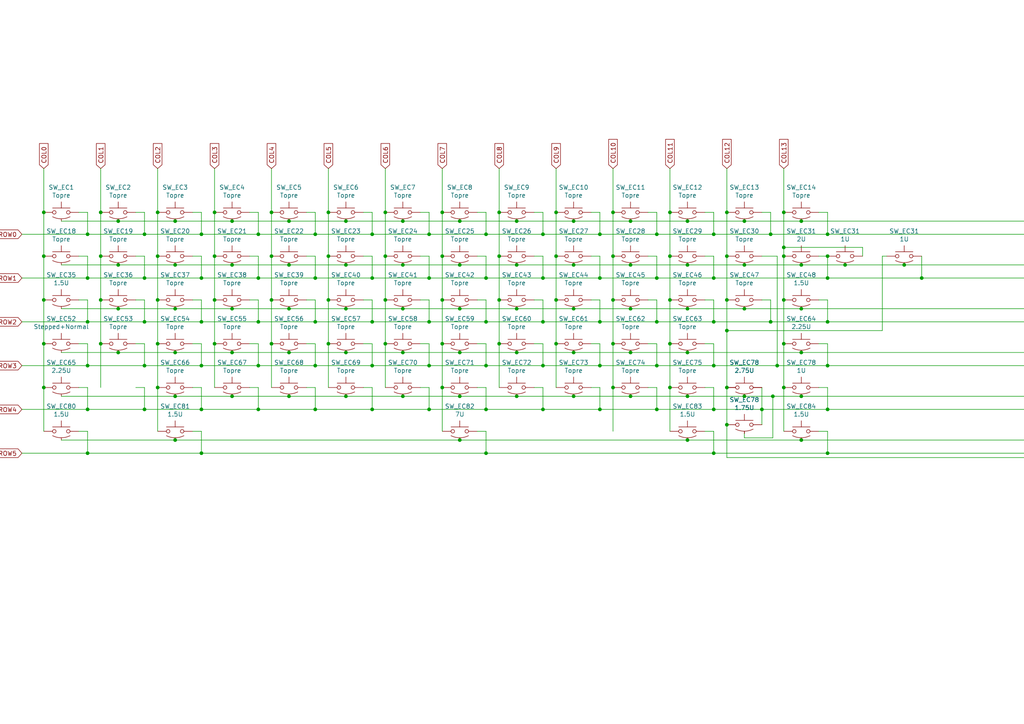
<source format=kicad_sch>
(kicad_sch (version 20230121) (generator eeschema)
  (paper "A4")
  (junction (at 133.35 114.935))
  (junction (at 207.01 67.945))
  (junction (at 62.23 61.595))
  (junction (at 173.99 67.945))
  (junction (at 140.97 106.045))
  (junction (at 140.97 118.745))
  (junction (at 116.84 76.835))
  (junction (at 149.86 76.835))
  (junction (at 128.27 74.295))
  (junction (at 111.76 86.995))
  (junction (at 128.27 61.595))
  (junction (at 62.23 86.995))
  (junction (at 199.39 127.635))
  (junction (at 182.88 102.235))
  (junction (at 67.31 102.235))
  (junction (at 78.74 74.295))
  (junction (at 306.07 89.535))
  (junction (at 91.44 67.945))
  (junction (at 182.88 76.835))
  (junction (at 62.23 99.695))
  (junction (at 194.31 74.295))
  (junction (at 199.39 89.535))
  (junction (at 45.72 61.595))
  (junction (at 240.03 118.745))
  (junction (at 199.39 114.935))
  (junction (at 133.35 64.135))
  (junction (at 232.41 76.835))
  (junction (at 245.11 76.835))
  (junction (at 322.58 114.935))
  (junction (at 74.93 93.345))
  (junction (at 330.2 118.745))
  (junction (at 161.29 86.995))
  (junction (at 107.95 80.645))
  (junction (at 74.93 118.745))
  (junction (at 116.84 114.935))
  (junction (at 74.93 80.645))
  (junction (at 207.01 131.445))
  (junction (at 58.42 80.645))
  (junction (at 313.69 93.345))
  (junction (at 100.33 89.535))
  (junction (at 128.27 112.395))
  (junction (at 50.8 114.935))
  (junction (at 339.09 127.635))
  (junction (at 12.7 74.295))
  (junction (at 124.46 118.745))
  (junction (at 240.03 106.045))
  (junction (at 74.93 67.945))
  (junction (at 313.69 80.645))
  (junction (at 41.91 118.745))
  (junction (at 166.37 102.235))
  (junction (at 210.82 86.995))
  (junction (at 354.33 127.635))
  (junction (at 149.86 89.535))
  (junction (at 210.82 123.19))
  (junction (at 215.9 89.535))
  (junction (at 144.78 74.295))
  (junction (at 45.72 74.295))
  (junction (at 25.4 67.945))
  (junction (at 300.99 61.595))
  (junction (at 354.33 102.235))
  (junction (at 313.69 67.945))
  (junction (at 207.01 106.045))
  (junction (at 149.86 114.935))
  (junction (at 317.5 86.995))
  (junction (at 144.78 99.695))
  (junction (at 67.31 89.535))
  (junction (at 25.4 106.045))
  (junction (at 194.31 86.995))
  (junction (at 133.35 76.835))
  (junction (at 107.95 106.045))
  (junction (at 322.58 76.835))
  (junction (at 58.42 67.945))
  (junction (at 166.37 114.935))
  (junction (at 67.31 64.135))
  (junction (at 140.97 131.445))
  (junction (at 199.39 64.135))
  (junction (at 215.9 64.135))
  (junction (at 207.01 118.745))
  (junction (at 83.82 114.935))
  (junction (at 45.72 112.395))
  (junction (at 149.86 102.235))
  (junction (at 227.33 61.595))
  (junction (at 194.31 99.695))
  (junction (at 166.37 89.535))
  (junction (at 317.5 74.295))
  (junction (at 100.33 64.135))
  (junction (at 227.33 71.755))
  (junction (at 330.2 131.445))
  (junction (at 144.78 86.995))
  (junction (at 45.72 99.695))
  (junction (at 107.95 67.945))
  (junction (at 339.09 76.835))
  (junction (at 227.33 86.995))
  (junction (at 50.8 89.535))
  (junction (at 34.29 102.235))
  (junction (at 157.48 106.045))
  (junction (at 190.5 80.645))
  (junction (at 45.72 86.995))
  (junction (at 157.48 118.745))
  (junction (at 215.9 76.835))
  (junction (at 215.9 114.935))
  (junction (at 161.29 74.295))
  (junction (at 41.91 80.645))
  (junction (at 111.76 99.695))
  (junction (at 34.29 89.535))
  (junction (at 345.44 74.295))
  (junction (at 140.97 93.345))
  (junction (at 173.99 118.745))
  (junction (at 322.58 89.535))
  (junction (at 25.4 131.445))
  (junction (at 223.52 93.345))
  (junction (at 182.88 89.535))
  (junction (at 306.07 127.635))
  (junction (at 107.95 93.345))
  (junction (at 225.425 106.045))
  (junction (at 25.4 118.745))
  (junction (at 300.99 78.105))
  (junction (at 232.41 64.135))
  (junction (at 128.27 86.995))
  (junction (at 58.42 93.345))
  (junction (at 220.98 118.745))
  (junction (at 339.09 64.135))
  (junction (at 322.58 64.135))
  (junction (at 157.48 80.645))
  (junction (at 78.74 61.595))
  (junction (at 173.99 80.645))
  (junction (at 149.86 64.135))
  (junction (at 157.48 93.345))
  (junction (at 190.5 106.045))
  (junction (at 124.46 80.645))
  (junction (at 25.4 93.345))
  (junction (at 29.21 74.295))
  (junction (at 354.33 114.935))
  (junction (at 95.25 74.295))
  (junction (at 207.01 80.645))
  (junction (at 173.99 106.045))
  (junction (at 116.84 102.235))
  (junction (at 306.07 76.835))
  (junction (at 62.23 74.295))
  (junction (at 74.93 106.045))
  (junction (at 182.88 114.935))
  (junction (at 354.33 89.535))
  (junction (at 34.29 76.835))
  (junction (at 133.35 102.235))
  (junction (at 83.82 89.535))
  (junction (at 199.39 76.835))
  (junction (at 95.25 86.995))
  (junction (at 144.78 61.595))
  (junction (at 232.41 127.635))
  (junction (at 91.44 80.645))
  (junction (at 95.25 99.695))
  (junction (at 41.91 106.045))
  (junction (at 83.82 102.235))
  (junction (at 240.03 80.645))
  (junction (at 58.42 106.045))
  (junction (at 29.21 99.695))
  (junction (at 25.4 80.645))
  (junction (at 177.8 86.995))
  (junction (at 111.76 74.295))
  (junction (at 177.8 61.595))
  (junction (at 50.8 64.135))
  (junction (at 177.8 74.295))
  (junction (at 50.8 127.635))
  (junction (at 29.21 86.995))
  (junction (at 124.46 106.045))
  (junction (at 124.46 93.345))
  (junction (at 267.335 80.645))
  (junction (at 240.03 93.345))
  (junction (at 194.31 112.395))
  (junction (at 166.37 64.135))
  (junction (at 232.41 102.235))
  (junction (at 182.88 64.135))
  (junction (at 300.99 86.995))
  (junction (at 12.7 112.395))
  (junction (at 161.29 99.695))
  (junction (at 116.84 64.135))
  (junction (at 100.33 114.935))
  (junction (at 210.82 95.885))
  (junction (at 223.52 67.945))
  (junction (at 227.33 112.395))
  (junction (at 95.25 61.595))
  (junction (at 177.8 112.395))
  (junction (at 133.35 127.635))
  (junction (at 317.5 65.405))
  (junction (at 161.29 61.595))
  (junction (at 227.33 74.295))
  (junction (at 177.8 99.695))
  (junction (at 173.99 93.345))
  (junction (at 232.41 114.935))
  (junction (at 116.84 89.535))
  (junction (at 354.33 76.835))
  (junction (at 91.44 106.045))
  (junction (at 124.46 67.945))
  (junction (at 240.03 74.295))
  (junction (at 58.42 131.445))
  (junction (at 232.41 89.535))
  (junction (at 128.27 99.695))
  (junction (at 91.44 118.745))
  (junction (at 111.76 61.595))
  (junction (at 207.01 93.345))
  (junction (at 240.03 131.445))
  (junction (at 317.5 61.595))
  (junction (at 306.07 64.135))
  (junction (at 83.82 64.135))
  (junction (at 50.8 76.835))
  (junction (at 224.155 114.935))
  (junction (at 41.91 93.345))
  (junction (at 140.97 80.645))
  (junction (at 210.82 61.595))
  (junction (at 227.33 99.695))
  (junction (at 107.95 118.745))
  (junction (at 157.48 67.945))
  (junction (at 12.7 61.595))
  (junction (at 78.74 86.995))
  (junction (at 322.58 127.635))
  (junction (at 262.255 76.835))
  (junction (at 199.39 102.235))
  (junction (at 240.03 67.945))
  (junction (at 190.5 93.345))
  (junction (at 100.33 76.835))
  (junction (at 133.35 89.535))
  (junction (at 34.29 64.135))
  (junction (at 100.33 102.235))
  (junction (at 67.31 114.935))
  (junction (at 317.5 112.395))
  (junction (at 12.7 86.995))
  (junction (at 50.8 102.235))
  (junction (at 190.5 67.945))
  (junction (at 300.99 98.425))
  (junction (at 91.44 93.345))
  (junction (at 190.5 118.745))
  (junction (at 339.09 89.535))
  (junction (at 210.82 112.395))
  (junction (at 194.31 61.595))
  (junction (at 78.74 99.695))
  (junction (at 58.42 118.745))
  (junction (at 67.31 76.835))
  (junction (at 300.99 74.295))
  (junction (at 140.97 67.945))
  (junction (at 313.69 131.445))
  (junction (at 12.7 99.695))
  (junction (at 210.82 74.295))
  (junction (at 29.21 61.595))
  (junction (at 41.91 67.945))
  (junction (at 166.37 76.835))
  (junction (at 83.82 76.835))
  (wire (pts (xy 227.33 99.695) (xy 227.33 112.395)))
  (wire (pts (xy 190.5 80.645) (xy 173.99 80.645)))
  (wire (pts (xy 100.33 89.535) (xy 116.84 89.535)))
  (wire (pts (xy 100.33 114.935) (xy 116.84 114.935)))
  (wire (pts (xy 25.4 112.395) (xy 25.4 118.745)))
  (wire (pts (xy 62.23 48.895) (xy 62.23 61.595)))
  (wire (pts (xy 144.78 61.595) (xy 144.78 74.295)))
  (wire (pts (xy 334.01 74.295) (xy 334.01 78.105)))
  (wire (pts (xy 166.37 102.235) (xy 182.88 102.235)))
  (wire (pts (xy 12.7 112.395) (xy 12.7 125.095)))
  (wire (pts (xy 149.86 76.835) (xy 166.37 76.835)))
  (wire (pts (xy 91.44 61.595) (xy 91.44 67.945)))
  (wire (pts (xy 58.42 131.445) (xy 25.4 131.445)))
  (wire (pts (xy 330.2 67.945) (xy 313.69 67.945)))
  (wire (pts (xy 354.33 114.935) (xy 354.33 127.635)))
  (wire (pts (xy 133.35 89.535) (xy 149.86 89.535)))
  (wire (pts (xy 111.76 86.995) (xy 111.76 99.695)))
  (wire (pts (xy 157.48 74.295) (xy 157.48 80.645)))
  (wire (pts (xy 74.93 112.395) (xy 74.93 118.745)))
  (wire (pts (xy 140.97 74.295) (xy 140.97 80.645)))
  (wire (pts (xy 173.99 112.395) (xy 173.99 118.745)))
  (wire (pts (xy 72.39 99.695) (xy 74.93 99.695)))
  (wire (pts (xy 62.23 86.995) (xy 62.23 99.695)))
  (wire (pts (xy 345.44 61.595) (xy 345.44 74.295)))
  (wire (pts (xy 237.49 125.095) (xy 240.03 125.095)))
  (wire (pts (xy 255.905 74.295) (xy 255.905 95.885)))
  (wire (pts (xy 45.72 61.595) (xy 45.72 74.295)))
  (wire (pts (xy 138.43 86.995) (xy 140.97 86.995)))
  (wire (pts (xy 128.27 86.995) (xy 128.27 99.695)))
  (wire (pts (xy 232.41 64.135) (xy 306.07 64.135)))
  (wire (pts (xy 12.7 48.895) (xy 12.7 61.595)))
  (wire (pts (xy 72.39 86.995) (xy 74.93 86.995)))
  (wire (pts (xy 78.74 99.695) (xy 78.74 112.395)))
  (wire (pts (xy 34.29 89.535) (xy 50.8 89.535)))
  (wire (pts (xy 190.5 74.295) (xy 190.5 80.645)))
  (wire (pts (xy 140.97 67.945) (xy 124.46 67.945)))
  (wire (pts (xy 25.4 99.695) (xy 25.4 106.045)))
  (wire (pts (xy 322.58 64.135) (xy 339.09 64.135)))
  (wire (pts (xy 91.44 86.995) (xy 91.44 93.345)))
  (wire (pts (xy 344.17 61.595) (xy 345.44 61.595)))
  (wire (pts (xy 207.01 67.945) (xy 190.5 67.945)))
  (wire (pts (xy 128.27 99.695) (xy 128.27 112.395)))
  (wire (pts (xy 171.45 74.295) (xy 173.99 74.295)))
  (wire (pts (xy 194.31 74.295) (xy 194.31 86.995)))
  (wire (pts (xy 105.41 74.295) (xy 107.95 74.295)))
  (wire (pts (xy 240.03 99.695) (xy 240.03 106.045)))
  (wire (pts (xy 232.41 76.835) (xy 245.11 76.835)))
  (wire (pts (xy 207.01 131.445) (xy 140.97 131.445)))
  (wire (pts (xy 177.8 61.595) (xy 177.8 74.295)))
  (wire (pts (xy 331.47 132.715) (xy 331.47 125.095)))
  (wire (pts (xy 354.33 64.135) (xy 354.33 76.835)))
  (wire (pts (xy 161.29 86.995) (xy 161.29 99.695)))
  (wire (pts (xy 105.41 61.595) (xy 107.95 61.595)))
  (wire (pts (xy 207.01 80.645) (xy 190.5 80.645)))
  (wire (pts (xy 140.97 99.695) (xy 140.97 106.045)))
  (wire (pts (xy 194.31 99.695) (xy 194.31 112.395)))
  (wire (pts (xy 215.9 125.73) (xy 215.9 127)))
  (wire (pts (xy 72.39 74.295) (xy 74.93 74.295)))
  (wire (pts (xy 140.97 86.995) (xy 140.97 93.345)))
  (wire (pts (xy 95.25 61.595) (xy 95.25 74.295)))
  (wire (pts (xy 161.29 61.595) (xy 161.29 74.295)))
  (wire (pts (xy 100.33 102.235) (xy 116.84 102.235)))
  (wire (pts (xy 124.46 118.745) (xy 107.95 118.745)))
  (wire (pts (xy 83.82 102.235) (xy 100.33 102.235)))
  (wire (pts (xy 327.66 61.595) (xy 330.2 61.595)))
  (wire (pts (xy 105.41 112.395) (xy 107.95 112.395)))
  (wire (pts (xy 78.74 48.895) (xy 78.74 61.595)))
  (wire (pts (xy 267.335 74.295) (xy 267.335 80.645)))
  (wire (pts (xy 121.92 74.295) (xy 124.46 74.295)))
  (wire (pts (xy 124.46 112.395) (xy 124.46 118.745)))
  (wire (pts (xy 327.66 74.295) (xy 330.2 74.295)))
  (wire (pts (xy 306.07 127.635) (xy 322.58 127.635)))
  (wire (pts (xy 317.5 61.595) (xy 317.5 65.405)))
  (wire (pts (xy 300.99 74.295) (xy 300.99 78.105)))
  (wire (pts (xy 237.49 112.395) (xy 240.03 112.395)))
  (wire (pts (xy 210.82 132.715) (xy 331.47 132.715)))
  (wire (pts (xy 177.8 86.995) (xy 177.8 99.695)))
  (wire (pts (xy 133.35 76.835) (xy 149.86 76.835)))
  (wire (pts (xy 12.7 74.295) (xy 12.7 86.995)))
  (wire (pts (xy 50.8 89.535) (xy 67.31 89.535)))
  (wire (pts (xy 177.8 112.395) (xy 177.8 125.095)))
  (wire (pts (xy 74.93 80.645) (xy 58.42 80.645)))
  (wire (pts (xy 190.5 67.945) (xy 173.99 67.945)))
  (wire (pts (xy 157.48 67.945) (xy 140.97 67.945)))
  (wire (pts (xy 107.95 93.345) (xy 91.44 93.345)))
  (wire (pts (xy 161.29 74.295) (xy 161.29 86.995)))
  (wire (pts (xy 317.5 65.405) (xy 317.5 74.295)))
  (wire (pts (xy 227.33 74.295) (xy 227.33 86.995)))
  (wire (pts (xy 240.03 67.945) (xy 313.69 67.945)))
  (wire (pts (xy 50.8 102.235) (xy 67.31 102.235)))
  (wire (pts (xy 182.88 102.235) (xy 199.39 102.235)))
  (wire (pts (xy 12.7 86.995) (xy 12.7 99.695)))
  (wire (pts (xy 300.99 61.595) (xy 300.99 74.295)))
  (wire (pts (xy 58.42 61.595) (xy 58.42 67.945)))
  (wire (pts (xy 157.48 80.645) (xy 140.97 80.645)))
  (wire (pts (xy 41.91 74.295) (xy 41.91 80.645)))
  (wire (pts (xy 240.03 118.745) (xy 330.2 118.745)))
  (wire (pts (xy 121.92 99.695) (xy 124.46 99.695)))
  (wire (pts (xy 171.45 99.695) (xy 173.99 99.695)))
  (wire (pts (xy 240.03 61.595) (xy 240.03 67.945)))
  (wire (pts (xy 83.82 76.835) (xy 100.33 76.835)))
  (wire (pts (xy 227.33 112.395) (xy 227.33 125.095)))
  (wire (pts (xy 17.78 127.635) (xy 50.8 127.635)))
  (wire (pts (xy 182.88 114.935) (xy 199.39 114.935)))
  (wire (pts (xy 173.99 106.045) (xy 157.48 106.045)))
  (wire (pts (xy 50.8 64.135) (xy 67.31 64.135)))
  (wire (pts (xy 55.88 99.695) (xy 58.42 99.695)))
  (wire (pts (xy 255.905 74.295) (xy 257.175 74.295)))
  (wire (pts (xy 41.91 86.995) (xy 41.91 93.345)))
  (wire (pts (xy 199.39 127.635) (xy 232.41 127.635)))
  (wire (pts (xy 215.9 127) (xy 224.155 127)))
  (wire (pts (xy 339.09 64.135) (xy 354.33 64.135)))
  (wire (pts (xy 322.58 127.635) (xy 339.09 127.635)))
  (wire (pts (xy 67.31 114.935) (xy 83.82 114.935)))
  (wire (pts (xy 17.78 114.935) (xy 50.8 114.935)))
  (wire (pts (xy 67.31 64.135) (xy 83.82 64.135)))
  (wire (pts (xy 88.9 112.395) (xy 91.44 112.395)))
  (wire (pts (xy 215.9 89.535) (xy 232.41 89.535)))
  (wire (pts (xy 62.23 74.295) (xy 62.23 86.995)))
  (wire (pts (xy 190.5 61.595) (xy 190.5 67.945)))
  (wire (pts (xy 124.46 61.595) (xy 124.46 67.945)))
  (wire (pts (xy 204.47 61.595) (xy 207.01 61.595)))
  (wire (pts (xy 187.96 112.395) (xy 190.5 112.395)))
  (wire (pts (xy 210.82 95.885) (xy 210.82 112.395)))
  (wire (pts (xy 220.98 74.295) (xy 225.425 74.295)))
  (wire (pts (xy 25.4 86.995) (xy 25.4 93.345)))
  (wire (pts (xy 17.78 102.235) (xy 34.29 102.235)))
  (wire (pts (xy 166.37 89.535) (xy 182.88 89.535)))
  (wire (pts (xy 204.47 112.395) (xy 207.01 112.395)))
  (wire (pts (xy 25.4 131.445) (xy 6.35 131.445)))
  (wire (pts (xy 306.07 89.535) (xy 322.58 89.535)))
  (wire (pts (xy 177.8 48.895) (xy 177.8 61.595)))
  (wire (pts (xy 339.09 89.535) (xy 354.33 89.535)))
  (wire (pts (xy 157.48 112.395) (xy 157.48 118.745)))
  (wire (pts (xy 210.82 112.395) (xy 210.82 123.19)))
  (wire (pts (xy 25.4 67.945) (xy 6.35 67.945)))
  (wire (pts (xy 300.99 86.995) (xy 300.99 98.425)))
  (wire (pts (xy 173.99 67.945) (xy 157.48 67.945)))
  (wire (pts (xy 17.78 64.135) (xy 34.29 64.135)))
  (wire (pts (xy 55.88 125.095) (xy 58.42 125.095)))
  (wire (pts (xy 227.33 71.755) (xy 250.19 71.755)))
  (wire (pts (xy 116.84 114.935) (xy 133.35 114.935)))
  (wire (pts (xy 133.35 127.635) (xy 199.39 127.635)))
  (wire (pts (xy 210.82 74.295) (xy 210.82 86.995)))
  (wire (pts (xy 232.41 114.935) (xy 322.58 114.935)))
  (wire (pts (xy 105.41 99.695) (xy 107.95 99.695)))
  (wire (pts (xy 58.42 86.995) (xy 58.42 93.345)))
  (wire (pts (xy 78.74 61.595) (xy 78.74 74.295)))
  (wire (pts (xy 210.82 48.895) (xy 210.82 61.595)))
  (wire (pts (xy 223.52 61.595) (xy 223.52 67.945)))
  (wire (pts (xy 45.72 112.395) (xy 45.72 125.095)))
  (wire (pts (xy 91.44 74.295) (xy 91.44 80.645)))
  (wire (pts (xy 322.58 89.535) (xy 339.09 89.535)))
  (wire (pts (xy 149.86 64.135) (xy 166.37 64.135)))
  (wire (pts (xy 223.52 93.345) (xy 207.01 93.345)))
  (wire (pts (xy 50.8 114.935) (xy 67.31 114.935)))
  (wire (pts (xy 334.01 78.105) (xy 300.99 78.105)))
  (wire (pts (xy 25.4 80.645) (xy 6.35 80.645)))
  (wire (pts (xy 41.91 99.695) (xy 41.91 106.045)))
  (wire (pts (xy 331.47 125.095) (xy 334.01 125.095)))
  (wire (pts (xy 207.01 80.645) (xy 240.03 80.645)))
  (wire (pts (xy 204.47 125.095) (xy 207.01 125.095)))
  (wire (pts (xy 91.44 106.045) (xy 74.93 106.045)))
  (wire (pts (xy 207.01 74.295) (xy 207.01 80.645)))
  (wire (pts (xy 88.9 74.295) (xy 91.44 74.295)))
  (wire (pts (xy 313.69 86.995) (xy 313.69 93.345)))
  (wire (pts (xy 74.93 67.945) (xy 58.42 67.945)))
  (wire (pts (xy 182.88 76.835) (xy 199.39 76.835)))
  (wire (pts (xy 140.97 112.395) (xy 140.97 118.745)))
  (wire (pts (xy 300.99 78.105) (xy 300.99 86.995)))
  (wire (pts (xy 22.86 125.095) (xy 25.4 125.095)))
  (wire (pts (xy 67.31 102.235) (xy 83.82 102.235)))
  (wire (pts (xy 39.37 86.995) (xy 41.91 86.995)))
  (wire (pts (xy 232.41 127.635) (xy 306.07 127.635)))
  (wire (pts (xy 245.11 76.835) (xy 262.255 76.835)))
  (wire (pts (xy 334.01 86.995) (xy 334.01 98.425)))
  (wire (pts (xy 187.96 99.695) (xy 190.5 99.695)))
  (wire (pts (xy 95.25 99.695) (xy 95.25 112.395)))
  (wire (pts (xy 327.66 125.095) (xy 330.2 125.095)))
  (wire (pts (xy 255.905 95.885) (xy 210.82 95.885)))
  (wire (pts (xy 334.01 65.405) (xy 317.5 65.405)))
  (wire (pts (xy 199.39 76.835) (xy 215.9 76.835)))
  (wire (pts (xy 58.42 67.945) (xy 41.91 67.945)))
  (wire (pts (xy 133.35 114.935) (xy 149.86 114.935)))
  (wire (pts (xy 345.44 74.295) (xy 345.44 106.045)))
  (wire (pts (xy 50.8 127.635) (xy 133.35 127.635)))
  (wire (pts (xy 173.99 61.595) (xy 173.99 67.945)))
  (wire (pts (xy 39.37 112.395) (xy 41.91 112.395)))
  (wire (pts (xy 55.88 61.595) (xy 58.42 61.595)))
  (wire (pts (xy 83.82 64.135) (xy 100.33 64.135)))
  (wire (pts (xy 311.15 61.595) (xy 313.69 61.595)))
  (wire (pts (xy 157.48 61.595) (xy 157.48 67.945)))
  (wire (pts (xy 124.46 74.295) (xy 124.46 80.645)))
  (wire (pts (xy 22.86 99.695) (xy 25.4 99.695)))
  (wire (pts (xy 207.01 118.745) (xy 220.98 118.745)))
  (wire (pts (xy 313.69 74.295) (xy 313.69 80.645)))
  (wire (pts (xy 157.48 86.995) (xy 157.48 93.345)))
  (wire (pts (xy 313.69 93.345) (xy 330.2 93.345)))
  (wire (pts (xy 111.76 99.695) (xy 111.76 112.395)))
  (wire (pts (xy 240.03 131.445) (xy 313.69 131.445)))
  (wire (pts (xy 95.25 48.895) (xy 95.25 61.595)))
  (wire (pts (xy 74.93 118.745) (xy 58.42 118.745)))
  (wire (pts (xy 173.99 80.645) (xy 157.48 80.645)))
  (wire (pts (xy 12.7 99.695) (xy 12.7 112.395)))
  (wire (pts (xy 190.5 118.745) (xy 173.99 118.745)))
  (wire (pts (xy 190.5 106.045) (xy 207.01 106.045)))
  (wire (pts (xy 74.93 99.695) (xy 74.93 106.045)))
  (wire (pts (xy 111.76 74.295) (xy 111.76 86.995)))
  (wire (pts (xy 55.88 86.995) (xy 58.42 86.995)))
  (wire (pts (xy 327.66 112.395) (xy 330.2 112.395)))
  (wire (pts (xy 41.91 93.345) (xy 25.4 93.345)))
  (wire (pts (xy 240.03 112.395) (xy 240.03 118.745)))
  (wire (pts (xy 237.49 99.695) (xy 240.03 99.695)))
  (wire (pts (xy 161.29 48.895) (xy 161.29 61.595)))
  (wire (pts (xy 330.2 125.095) (xy 330.2 131.445)))
  (wire (pts (xy 311.15 125.095) (xy 313.69 125.095)))
  (wire (pts (xy 91.44 93.345) (xy 74.93 93.345)))
  (wire (pts (xy 78.74 86.995) (xy 78.74 99.695)))
  (wire (pts (xy 116.84 76.835) (xy 133.35 76.835)))
  (wire (pts (xy 107.95 86.995) (xy 107.95 93.345)))
  (wire (pts (xy 138.43 99.695) (xy 140.97 99.695)))
  (wire (pts (xy 227.33 71.755) (xy 227.33 74.295)))
  (wire (pts (xy 55.88 74.295) (xy 58.42 74.295)))
  (wire (pts (xy 34.29 64.135) (xy 50.8 64.135)))
  (wire (pts (xy 144.78 99.695) (xy 144.78 112.395)))
  (wire (pts (xy 267.335 80.645) (xy 313.69 80.645)))
  (wire (pts (xy 62.23 99.695) (xy 62.23 112.395)))
  (wire (pts (xy 140.97 131.445) (xy 58.42 131.445)))
  (wire (pts (xy 313.69 125.095) (xy 313.69 131.445)))
  (wire (pts (xy 25.4 93.345) (xy 6.35 93.345)))
  (wire (pts (xy 327.66 86.995) (xy 330.2 86.995)))
  (wire (pts (xy 317.5 74.295) (xy 317.5 86.995)))
  (wire (pts (xy 45.72 99.695) (xy 45.72 112.395)))
  (wire (pts (xy 124.46 86.995) (xy 124.46 93.345)))
  (wire (pts (xy 107.95 99.695) (xy 107.95 106.045)))
  (wire (pts (xy 128.27 74.295) (xy 128.27 86.995)))
  (wire (pts (xy 29.21 86.995) (xy 29.21 99.695)))
  (wire (pts (xy 227.33 48.895) (xy 227.33 61.595)))
  (wire (pts (xy 225.425 106.045) (xy 240.03 106.045)))
  (wire (pts (xy 72.39 112.395) (xy 74.93 112.395)))
  (wire (pts (xy 194.31 112.395) (xy 194.31 125.095)))
  (wire (pts (xy 22.86 112.395) (xy 25.4 112.395)))
  (wire (pts (xy 207.01 61.595) (xy 207.01 67.945)))
  (wire (pts (xy 29.21 99.695) (xy 29.21 112.395)))
  (wire (pts (xy 190.5 118.745) (xy 207.01 118.745)))
  (wire (pts (xy 78.74 74.295) (xy 78.74 86.995)))
  (wire (pts (xy 39.37 99.695) (xy 41.91 99.695)))
  (wire (pts (xy 317.5 86.995) (xy 317.5 112.395)))
  (wire (pts (xy 317.5 48.895) (xy 317.5 61.595)))
  (wire (pts (xy 207.01 99.695) (xy 207.01 106.045)))
  (wire (pts (xy 107.95 118.745) (xy 91.44 118.745)))
  (wire (pts (xy 210.82 123.19) (xy 210.82 132.715)))
  (wire (pts (xy 306.07 64.135) (xy 322.58 64.135)))
  (wire (pts (xy 72.39 61.595) (xy 74.93 61.595)))
  (wire (pts (xy 74.93 86.995) (xy 74.93 93.345)))
  (wire (pts (xy 105.41 86.995) (xy 107.95 86.995)))
  (wire (pts (xy 29.21 48.895) (xy 29.21 61.595)))
  (wire (pts (xy 25.4 125.095) (xy 25.4 131.445)))
  (wire (pts (xy 41.91 67.945) (xy 25.4 67.945)))
  (wire (pts (xy 207.01 131.445) (xy 240.03 131.445)))
  (wire (pts (xy 224.155 114.935) (xy 232.41 114.935)))
  (wire (pts (xy 225.425 74.295) (xy 225.425 106.045)))
  (wire (pts (xy 91.44 112.395) (xy 91.44 118.745)))
  (wire (pts (xy 240.03 80.645) (xy 267.335 80.645)))
  (wire (pts (xy 58.42 106.045) (xy 41.91 106.045)))
  (wire (pts (xy 187.96 86.995) (xy 190.5 86.995)))
  (wire (pts (xy 144.78 74.295) (xy 144.78 86.995)))
  (wire (pts (xy 207.01 93.345) (xy 190.5 93.345)))
  (wire (pts (xy 157.48 99.695) (xy 157.48 106.045)))
  (wire (pts (xy 107.95 61.595) (xy 107.95 67.945)))
  (wire (pts (xy 107.95 74.295) (xy 107.95 80.645)))
  (wire (pts (xy 100.33 64.135) (xy 116.84 64.135)))
  (wire (pts (xy 215.9 76.835) (xy 232.41 76.835)))
  (wire (pts (xy 34.29 102.235) (xy 50.8 102.235)))
  (wire (pts (xy 138.43 74.295) (xy 140.97 74.295)))
  (wire (pts (xy 210.82 86.995) (xy 210.82 95.885)))
  (wire (pts (xy 91.44 80.645) (xy 74.93 80.645)))
  (wire (pts (xy 190.5 86.995) (xy 190.5 93.345)))
  (wire (pts (xy 140.97 93.345) (xy 124.46 93.345)))
  (wire (pts (xy 199.39 89.535) (xy 215.9 89.535)))
  (wire (pts (xy 173.99 93.345) (xy 157.48 93.345)))
  (wire (pts (xy 74.93 106.045) (xy 58.42 106.045)))
  (wire (pts (xy 88.9 86.995) (xy 91.44 86.995)))
  (wire (pts (xy 182.88 64.135) (xy 199.39 64.135)))
  (wire (pts (xy 232.41 89.535) (xy 306.07 89.535)))
  (wire (pts (xy 140.97 61.595) (xy 140.97 67.945)))
  (wire (pts (xy 322.58 114.935) (xy 354.33 114.935)))
  (wire (pts (xy 154.94 61.595) (xy 157.48 61.595)))
  (wire (pts (xy 116.84 102.235) (xy 133.35 102.235)))
  (wire (pts (xy 207.01 112.395) (xy 207.01 118.745)))
  (wire (pts (xy 88.9 99.695) (xy 91.44 99.695)))
  (wire (pts (xy 41.91 118.745) (xy 25.4 118.745)))
  (wire (pts (xy 300.99 98.425) (xy 300.99 125.095)))
  (wire (pts (xy 25.4 61.595) (xy 25.4 67.945)))
  (wire (pts (xy 250.19 71.755) (xy 250.19 74.295)))
  (wire (pts (xy 74.93 74.295) (xy 74.93 80.645)))
  (wire (pts (xy 157.48 106.045) (xy 140.97 106.045)))
  (wire (pts (xy 190.5 99.695) (xy 190.5 106.045)))
  (wire (pts (xy 334.01 61.595) (xy 334.01 65.405)))
  (wire (pts (xy 138.43 61.595) (xy 140.97 61.595)))
  (wire (pts (xy 58.42 93.345) (xy 41.91 93.345)))
  (wire (pts (xy 107.95 67.945) (xy 91.44 67.945)))
  (wire (pts (xy 144.78 48.895) (xy 144.78 61.595)))
  (wire (pts (xy 55.88 112.395) (xy 58.42 112.395)))
  (wire (pts (xy 67.31 76.835) (xy 83.82 76.835)))
  (wire (pts (xy 344.17 74.295) (xy 345.44 74.295)))
  (wire (pts (xy 215.9 64.135) (xy 232.41 64.135)))
  (wire (pts (xy 124.46 80.645) (xy 107.95 80.645)))
  (wire (pts (xy 29.21 74.295) (xy 29.21 86.995)))
  (wire (pts (xy 39.37 74.295) (xy 41.91 74.295)))
  (wire (pts (xy 88.9 61.595) (xy 91.44 61.595)))
  (wire (pts (xy 240.03 106.045) (xy 345.44 106.045)))
  (wire (pts (xy 311.15 74.295) (xy 313.69 74.295)))
  (wire (pts (xy 121.92 112.395) (xy 124.46 112.395)))
  (wire (pts (xy 317.5 112.395) (xy 317.5 125.095)))
  (wire (pts (xy 83.82 89.535) (xy 100.33 89.535)))
  (wire (pts (xy 194.31 61.595) (xy 194.31 74.295)))
  (wire (pts (xy 95.25 74.295) (xy 95.25 86.995)))
  (wire (pts (xy 39.37 61.595) (xy 41.91 61.595)))
  (wire (pts (xy 144.78 86.995) (xy 144.78 99.695)))
  (wire (pts (xy 339.09 127.635) (xy 354.33 127.635)))
  (wire (pts (xy 220.98 118.745) (xy 220.98 123.19)))
  (wire (pts (xy 45.72 48.895) (xy 45.72 61.595)))
  (wire (pts (xy 22.86 74.295) (xy 25.4 74.295)))
  (wire (pts (xy 128.27 112.395) (xy 128.27 125.095)))
  (wire (pts (xy 74.93 93.345) (xy 58.42 93.345)))
  (wire (pts (xy 237.49 86.995) (xy 240.03 86.995)))
  (wire (pts (xy 199.39 64.135) (xy 215.9 64.135)))
  (wire (pts (xy 140.97 125.095) (xy 140.97 131.445)))
  (wire (pts (xy 354.33 76.835) (xy 354.33 89.535)))
  (wire (pts (xy 173.99 86.995) (xy 173.99 93.345)))
  (wire (pts (xy 74.93 61.595) (xy 74.93 67.945)))
  (wire (pts (xy 58.42 125.095) (xy 58.42 131.445)))
  (wire (pts (xy 322.58 76.835) (xy 339.09 76.835)))
  (wire (pts (xy 58.42 118.745) (xy 41.91 118.745)))
  (wire (pts (xy 204.47 99.695) (xy 207.01 99.695)))
  (wire (pts (xy 171.45 86.995) (xy 173.99 86.995)))
  (wire (pts (xy 227.33 61.595) (xy 227.33 71.755)))
  (wire (pts (xy 128.27 61.595) (xy 128.27 74.295)))
  (wire (pts (xy 107.95 106.045) (xy 91.44 106.045)))
  (wire (pts (xy 344.17 118.745) (xy 330.2 118.745)))
  (wire (pts (xy 149.86 102.235) (xy 166.37 102.235)))
  (wire (pts (xy 199.39 114.935) (xy 215.9 114.935)))
  (wire (pts (xy 140.97 80.645) (xy 124.46 80.645)))
  (wire (pts (xy 58.42 112.395) (xy 58.42 118.745)))
  (wire (pts (xy 182.88 89.535) (xy 199.39 89.535)))
  (wire (pts (xy 22.86 61.595) (xy 25.4 61.595)))
  (wire (pts (xy 311.15 86.995) (xy 313.69 86.995)))
  (wire (pts (xy 41.91 61.595) (xy 41.91 67.945)))
  (wire (pts (xy 354.33 89.535) (xy 354.33 102.235)))
  (wire (pts (xy 330.2 74.295) (xy 330.2 80.645)))
  (wire (pts (xy 330.2 131.445) (xy 344.17 131.445)))
  (wire (pts (xy 207.01 106.045) (xy 225.425 106.045)))
  (wire (pts (xy 124.46 99.695) (xy 124.46 106.045)))
  (wire (pts (xy 34.29 76.835) (xy 50.8 76.835)))
  (wire (pts (xy 124.46 67.945) (xy 107.95 67.945)))
  (wire (pts (xy 173.99 118.745) (xy 157.48 118.745)))
  (wire (pts (xy 124.46 106.045) (xy 107.95 106.045)))
  (wire (pts (xy 240.03 74.295) (xy 240.03 80.645)))
  (wire (pts (xy 240.03 93.345) (xy 223.52 93.345)))
  (wire (pts (xy 50.8 76.835) (xy 67.31 76.835)))
  (wire (pts (xy 154.94 112.395) (xy 157.48 112.395)))
  (wire (pts (xy 133.35 64.135) (xy 149.86 64.135)))
  (wire (pts (xy 58.42 80.645) (xy 41.91 80.645)))
  (wire (pts (xy 12.7 61.595) (xy 12.7 74.295)))
  (wire (pts (xy 25.4 118.745) (xy 6.35 118.745)))
  (wire (pts (xy 140.97 106.045) (xy 124.46 106.045)))
  (wire (pts (xy 330.2 61.595) (xy 330.2 67.945)))
  (wire (pts (xy 220.98 118.745) (xy 240.03 118.745)))
  (wire (pts (xy 223.52 67.945) (xy 207.01 67.945)))
  (wire (pts (xy 121.92 86.995) (xy 124.46 86.995)))
  (wire (pts (xy 67.31 89.535) (xy 83.82 89.535)))
  (wire (pts (xy 194.31 48.895) (xy 194.31 61.595)))
  (wire (pts (xy 124.46 93.345) (xy 107.95 93.345)))
  (wire (pts (xy 177.8 74.295) (xy 177.8 86.995)))
  (wire (pts (xy 240.03 93.345) (xy 313.69 93.345)))
  (wire (pts (xy 354.33 102.235) (xy 354.33 114.935)))
  (wire (pts (xy 313.69 80.645) (xy 330.2 80.645)))
  (wire (pts (xy 204.47 86.995) (xy 207.01 86.995)))
  (wire (pts (xy 187.96 61.595) (xy 190.5 61.595)))
  (wire (pts (xy 262.255 76.835) (xy 306.07 76.835)))
  (wire (pts (xy 41.91 112.395) (xy 41.91 118.745)))
  (wire (pts (xy 116.84 89.535) (xy 133.35 89.535)))
  (wire (pts (xy 41.91 80.645) (xy 25.4 80.645)))
  (wire (pts (xy 173.99 99.695) (xy 173.99 106.045)))
  (wire (pts (xy 190.5 112.395) (xy 190.5 118.745)))
  (wire (pts (xy 220.98 86.995) (xy 223.52 86.995)))
  (wire (pts (xy 157.48 118.745) (xy 140.97 118.745)))
  (wire (pts (xy 128.27 48.895) (xy 128.27 61.595)))
  (wire (pts (xy 237.49 74.295) (xy 240.03 74.295)))
  (wire (pts (xy 334.01 98.425) (xy 300.99 98.425)))
  (wire (pts (xy 138.43 112.395) (xy 140.97 112.395)))
  (wire (pts (xy 166.37 76.835) (xy 182.88 76.835)))
  (wire (pts (xy 220.98 112.395) (xy 220.98 118.745)))
  (wire (pts (xy 91.44 67.945) (xy 74.93 67.945)))
  (wire (pts (xy 210.82 61.595) (xy 210.82 74.295)))
  (wire (pts (xy 237.49 61.595) (xy 240.03 61.595)))
  (wire (pts (xy 25.4 74.295) (xy 25.4 80.645)))
  (wire (pts (xy 166.37 114.935) (xy 182.88 114.935)))
  (wire (pts (xy 83.82 114.935) (xy 100.33 114.935)))
  (wire (pts (xy 330.2 112.395) (xy 330.2 118.745)))
  (wire (pts (xy 140.97 118.745) (xy 124.46 118.745)))
  (wire (pts (xy 240.03 67.945) (xy 223.52 67.945)))
  (wire (pts (xy 45.72 74.295) (xy 45.72 86.995)))
  (wire (pts (xy 133.35 102.235) (xy 149.86 102.235)))
  (wire (pts (xy 149.86 89.535) (xy 166.37 89.535)))
  (wire (pts (xy 190.5 93.345) (xy 173.99 93.345)))
  (wire (pts (xy 95.25 86.995) (xy 95.25 99.695)))
  (wire (pts (xy 138.43 125.095) (xy 140.97 125.095)))
  (wire (pts (xy 190.5 106.045) (xy 173.99 106.045)))
  (wire (pts (xy 240.03 125.095) (xy 240.03 131.445)))
  (wire (pts (xy 157.48 93.345) (xy 140.97 93.345)))
  (wire (pts (xy 116.84 64.135) (xy 133.35 64.135)))
  (wire (pts (xy 41.91 106.045) (xy 25.4 106.045)))
  (wire (pts (xy 121.92 61.595) (xy 124.46 61.595)))
  (wire (pts (xy 22.86 86.995) (xy 25.4 86.995)))
  (wire (pts (xy 177.8 99.695) (xy 177.8 112.395)))
  (wire (pts (xy 107.95 112.395) (xy 107.95 118.745)))
  (wire (pts (xy 306.07 76.835) (xy 322.58 76.835)))
  (wire (pts (xy 171.45 61.595) (xy 173.99 61.595)))
  (wire (pts (xy 154.94 86.995) (xy 157.48 86.995)))
  (wire (pts (xy 25.4 106.045) (xy 6.35 106.045)))
  (wire (pts (xy 58.42 74.295) (xy 58.42 80.645)))
  (wire (pts (xy 91.44 118.745) (xy 74.93 118.745)))
  (wire (pts (xy 17.78 76.835) (xy 34.29 76.835)))
  (wire (pts (xy 17.78 89.535) (xy 34.29 89.535)))
  (wire (pts (xy 107.95 80.645) (xy 91.44 80.645)))
  (wire (pts (xy 207.01 125.095) (xy 207.01 131.445)))
  (wire (pts (xy 187.96 74.295) (xy 190.5 74.295)))
  (wire (pts (xy 111.76 48.895) (xy 111.76 61.595)))
  (wire (pts (xy 223.52 86.995) (xy 223.52 93.345)))
  (wire (pts (xy 232.41 102.235) (xy 354.33 102.235)))
  (wire (pts (xy 224.155 127) (xy 224.155 114.935)))
  (wire (pts (xy 199.39 102.235) (xy 232.41 102.235)))
  (wire (pts (xy 111.76 61.595) (xy 111.76 74.295)))
  (wire (pts (xy 149.86 114.935) (xy 166.37 114.935)))
  (wire (pts (xy 161.29 99.695) (xy 161.29 112.395)))
  (wire (pts (xy 344.17 131.445) (xy 344.17 125.095)))
  (wire (pts (xy 100.33 76.835) (xy 116.84 76.835)))
  (wire (pts (xy 227.33 86.995) (xy 227.33 99.695)))
  (wire (pts (xy 154.94 74.295) (xy 157.48 74.295)))
  (wire (pts (xy 58.42 99.695) (xy 58.42 106.045)))
  (wire (pts (xy 330.2 86.995) (xy 330.2 93.345)))
  (wire (pts (xy 62.23 61.595) (xy 62.23 74.295)))
  (wire (pts (xy 154.94 99.695) (xy 157.48 99.695)))
  (wire (pts (xy 344.17 86.995) (xy 344.17 118.745)))
  (wire (pts (xy 215.9 114.935) (xy 224.155 114.935)))
  (wire (pts (xy 207.01 86.995) (xy 207.01 93.345)))
  (wire (pts (xy 220.98 61.595) (xy 223.52 61.595)))
  (wire (pts (xy 173.99 74.295) (xy 173.99 80.645)))
  (wire (pts (xy 29.21 61.595) (xy 29.21 74.295)))
  (wire (pts (xy 194.31 86.995) (xy 194.31 99.695)))
  (wire (pts (xy 240.03 86.995) (xy 240.03 93.345)))
  (wire (pts (xy 354.33 127.635) (xy 354.33 129.54)))
  (wire (pts (xy 91.44 99.695) (xy 91.44 106.045)))
  (wire (pts (xy 171.45 112.395) (xy 173.99 112.395)))
  (wire (pts (xy 45.72 86.995) (xy 45.72 99.695)))
  (wire (pts (xy 300.99 48.895) (xy 300.99 61.595)))
  (wire (pts (xy 313.69 131.445) (xy 330.2 131.445)))
  (wire (pts (xy 166.37 64.135) (xy 182.88 64.135)))
  (wire (pts (xy 313.69 61.595) (xy 313.69 67.945)))
  (wire (pts (xy 204.47 74.295) (xy 207.01 74.295)))
  (wire (pts (xy 339.09 76.835) (xy 354.33 76.835)))
  (global_label "ROW2" (shape input) (at 6.35 93.345 180) (property "Intersheetrefs" "${INTERSHEET_REFS}" (effects hide)))
  (global_label "COL10" (shape input) (at 177.8 48.895 90) (property "Intersheetrefs" "${INTERSHEET_REFS}" (effects hide)))
  (global_label "COL1" (shape input) (at 29.21 48.895 90) (property "Intersheetrefs" "${INTERSHEET_REFS}" (effects hide)))
  (global_label "ROW3" (shape input) (at 6.35 106.045 180) (property "Intersheetrefs" "${INTERSHEET_REFS}" (effects hide)))
  (global_label "COL13" (shape input) (at 227.33 48.895 90) (property "Intersheetrefs" "${INTERSHEET_REFS}" (effects hide)))
  (global_label "COL7" (shape input) (at 128.27 48.895 90) (property "Intersheetrefs" "${INTERSHEET_REFS}" (effects hide)))
  (global_label "COL6" (shape input) (at 111.76 48.895 90) (property "Intersheetrefs" "${INTERSHEET_REFS}" (effects hide)))
  (global_label "COL15" (shape input) (at 317.5 48.895 90) (property "Intersheetrefs" "${INTERSHEET_REFS}" (effects hide)))
  (global_label "ROW1" (shape input) (at 6.35 80.645 180) (property "Intersheetrefs" "${INTERSHEET_REFS}" (effects hide)))
  (global_label "COL0" (shape input) (at 12.7 48.895 90) (property "Intersheetrefs" "${INTERSHEET_REFS}" (effects hide)))
  (global_label "COL5" (shape input) (at 95.25 48.895 90) (property "Intersheetrefs" "${INTERSHEET_REFS}" (effects hide)))
  (global_label "COL14" (shape input) (at 300.99 48.895 90) (property "Intersheetrefs" "${INTERSHEET_REFS}" (effects hide)))
  (global_label "ROW0" (shape input) (at 6.35 67.945 180) (property "Intersheetrefs" "${INTERSHEET_REFS}" (effects hide)))
  (global_label "ROW5" (shape input) (at 6.35 131.445 180) (property "Intersheetrefs" "${INTERSHEET_REFS}" (effects hide)))
  (global_label "COL3" (shape input) (at 62.23 48.895 90) (property "Intersheetrefs" "${INTERSHEET_REFS}" (effects hide)))
  (global_label "COL9" (shape input) (at 161.29 48.895 90) (property "Intersheetrefs" "${INTERSHEET_REFS}" (effects hide)))
  (global_label "COL12" (shape input) (at 210.82 48.895 90) (property "Intersheetrefs" "${INTERSHEET_REFS}" (effects hide)))
  (global_label "COL2" (shape input) (at 45.72 48.895 90) (property "Intersheetrefs" "${INTERSHEET_REFS}" (effects hide)))
  (global_label "COL8" (shape input) (at 144.78 48.895 90) (property "Intersheetrefs" "${INTERSHEET_REFS}" (effects hide)))
  (global_label "COL4" (shape input) (at 78.74 48.895 90) (property "Intersheetrefs" "${INTERSHEET_REFS}" (effects hide)))
  (global_label "COL11" (shape input) (at 194.31 48.895 90) (property "Intersheetrefs" "${INTERSHEET_REFS}" (effects hide)))
  (global_label "ROW4" (shape input) (at 6.35 118.745 180) (property "Intersheetrefs" "${INTERSHEET_REFS}" (effects hide)))
  (symbol (lib_id "ec-revival:Topre") (at 232.41 112.395 0) (unit 1)
    (property "Reference" "SW_EC78" (at 232.41 105.156 0))
    (property "Value" "1U" (at 232.41 107.4674 0))
    (property "Footprint" "cipulot_parts:ecs_pad_1U_no_ring" (effects hide))
    (instances (project "PCB - EC" (path "" (reference "SW_EC78") (unit 1))) (project "EC_Rev2" (path "" (reference "SW_EC89") (unit 1))))
  )
  (symbol (lib_id "ec-revival:Topre") (at 339.09 61.595 0) (unit 1)
    (property "Reference" "SW_EC34" (at 339.09 54.356 0))
    (property "Value" "Topre" (at 339.09 56.6674 0))
    (property "Footprint" "cipulot_parts:ecs_pad_1U_no_ring" (effects hide))
  )
  (symbol (lib_id "ec-revival:Topre") (at 133.35 99.695 0) (unit 1)
    (property "Reference" "SW_EC59" (at 133.35 92.456 0))
    (property "Value" "Topre" (at 133.35 94.7674 0))
    (property "Footprint" "cipulot_parts:ecs_pad_1U_no_ring" (effects hide))
  )
  (symbol (lib_id "ec-revival:Topre") (at 339.09 86.995 0) (unit 1)
    (property "Reference" "SW_EC50" (at 339.09 79.756 0))
    (property "Value" "Topre" (at 339.09 82.0674 0))
    (property "Footprint" "cipulot_parts:ecs_pad_1U_no_ring" (effects hide))
  )
  (symbol (lib_id "ec-revival:Topre") (at 116.84 61.595 0) (unit 1)
    (property "Reference" "SW_EC7" (at 116.84 54.356 0))
    (property "Value" "Topre" (at 116.84 56.6674 0))
    (property "Footprint" "cipulot_parts:ecs_pad_1U_no_ring" (effects hide))
  )
  (symbol (lib_id "ec-revival:Topre") (at 339.09 125.095 0) (unit 1)
    (property "Reference" "SW_EC85" (at 339.09 117.856 0))
    (property "Value" "Topre" (at 339.09 120.1674 0))
    (property "Footprint" "cipulot_parts:ecs_pad_1U_no_ring" (effects hide))
    (instances (project "PCB - EC" (path "" (reference "SW_EC85") (unit 1))) (project "EC_Rev2" (path "" (reference "SW_EC83") (unit 1))))
  )
  (symbol (lib_id "ec-revival:Topre") (at 116.84 112.395 0) (unit 1)
    (property "Reference" "SW_EC70" (at 116.84 105.156 0))
    (property "Value" "Topre" (at 116.84 107.4674 0))
    (property "Footprint" "cipulot_parts:ecs_pad_1U_no_ring" (effects hide))
  )
  (symbol (lib_id "ec-revival:Topre") (at 67.31 74.295 0) (unit 1)
    (property "Reference" "SW_EC21" (at 67.31 67.056 0))
    (property "Value" "Topre" (at 67.31 69.3674 0))
    (property "Footprint" "cipulot_parts:ecs_pad_1U_no_ring" (effects hide))
  )
  (symbol (lib_id "ec-revival:Topre") (at 149.86 99.695 0) (unit 1)
    (property "Reference" "SW_EC60" (at 149.86 92.456 0))
    (property "Value" "Topre" (at 149.86 94.7674 0))
    (property "Footprint" "cipulot_parts:ecs_pad_1U_no_ring" (effects hide))
  )
  (symbol (lib_id "ec-revival:Topre") (at 199.39 125.095 0) (unit 1)
    (property "Reference" "SW_EC83" (at 199.39 117.856 0))
    (property "Value" "1.5U" (at 199.39 120.1674 0))
    (property "Footprint" "cipulot_parts:ecs_pad_1.5U_no_ring" (effects hide))
    (instances (project "PCB - EC" (path "" (reference "SW_EC83") (unit 1))) (project "EC_Rev2" (path "" (reference "SW_EC81") (unit 1))))
  )
  (symbol (lib_id "ec-revival:Topre") (at 322.58 74.295 0) (unit 1)
    (property "Reference" "SW_EC17" (at 322.58 67.056 0))
    (property "Value" "Topre" (at 322.58 69.3674 0))
    (property "Footprint" "cipulot_parts:ecs_pad_1U_no_ring" (effects hide))
  )
  (symbol (lib_id "ec-revival:Topre") (at 17.78 86.995 0) (unit 1)
    (property "Reference" "SW_EC35" (at 17.78 79.756 0))
    (property "Value" "1.5U" (at 17.78 82.0674 0))
    (property "Footprint" "cipulot_parts:ecs_pad_1.5U_no_ring" (effects hide))
  )
  (symbol (lib_id "ec-revival:Topre") (at 322.58 125.095 0) (unit 1)
    (property "Reference" "SW_EC87" (at 322.58 117.856 0))
    (property "Value" "Topre" (at 322.58 120.1674 0))
    (property "Footprint" "cipulot_parts:ecs_pad_1U_no_ring" (effects hide))
    (instances (project "PCB - EC" (path "" (reference "SW_EC87") (unit 1))) (project "EC_Rev2" (path "" (reference "SW_EC85") (unit 1))))
  )
  (symbol (lib_id "ec-revival:Topre") (at 232.41 125.095 0) (unit 1)
    (property "Reference" "SW_EC84" (at 232.41 117.856 0))
    (property "Value" "1.5U" (at 232.41 120.1674 0))
    (property "Footprint" "cipulot_parts:ecs_pad_1.5U_no_ring" (effects hide))
    (instances (project "PCB - EC" (path "" (reference "SW_EC84") (unit 1))) (project "EC_Rev2" (path "" (reference "SW_EC82") (unit 1))))
  )
  (symbol (lib_id "ec-revival:Topre") (at 100.33 61.595 0) (unit 1)
    (property "Reference" "SW_EC6" (at 100.33 54.356 0))
    (property "Value" "Topre" (at 100.33 56.6674 0))
    (property "Footprint" "cipulot_parts:ecs_pad_1U_no_ring" (effects hide))
  )
  (symbol (lib_id "ec-revival:Topre") (at 67.31 112.395 0) (unit 1)
    (property "Reference" "SW_EC67" (at 67.31 105.156 0))
    (property "Value" "Topre" (at 67.31 107.4674 0))
    (property "Footprint" "cipulot_parts:ecs_pad_1U_no_ring" (effects hide))
  )
  (symbol (lib_id "ec-revival:Topre") (at 166.37 61.595 0) (unit 1)
    (property "Reference" "SW_EC10" (at 166.37 54.356 0))
    (property "Value" "Topre" (at 166.37 56.6674 0))
    (property "Footprint" "cipulot_parts:ecs_pad_1U_no_ring" (effects hide))
  )
  (symbol (lib_id "ec-revival:Topre") (at 50.8 99.695 0) (unit 1)
    (property "Reference" "SW_EC54" (at 50.8 92.456 0))
    (property "Value" "Topre" (at 50.8 94.7674 0))
    (property "Footprint" "cipulot_parts:ecs_pad_1U_no_ring" (effects hide))
  )
  (symbol (lib_id "ec-revival:Topre") (at 339.09 74.295 0) (unit 1)
    (property "Reference" "SW_EC33" (at 339.09 67.056 0))
    (property "Value" "Topre" (at 339.09 69.3674 0))
    (property "Footprint" "cipulot_parts:ecs_pad_1U_no_ring" (effects hide))
  )
  (symbol (lib_id "ec-revival:Topre") (at 34.29 74.295 0) (unit 1)
    (property "Reference" "SW_EC19" (at 34.29 67.056 0))
    (property "Value" "Topre" (at 34.29 69.3674 0))
    (property "Footprint" "cipulot_parts:ecs_pad_1U_no_ring" (effects hide))
  )
  (symbol (lib_id "ec-revival:Topre") (at 232.41 61.595 0) (unit 1)
    (property "Reference" "SW_EC14" (at 232.41 54.356 0))
    (property "Value" "Topre" (at 232.41 56.6674 0))
    (property "Footprint" "cipulot_parts:ecs_pad_1U_no_ring" (effects hide))
  )
  (symbol (lib_id "ec-revival:Topre") (at 34.29 61.595 0) (unit 1)
    (property "Reference" "SW_EC2" (at 34.29 54.356 0))
    (property "Value" "Topre" (at 34.29 56.6674 0))
    (property "Footprint" "cipulot_parts:ecs_pad_1U_no_ring" (effects hide))
  )
  (symbol (lib_id "ec-revival:Topre") (at 17.78 61.595 0) (unit 1)
    (property "Reference" "SW_EC1" (at 17.78 54.356 0))
    (property "Value" "Topre" (at 17.78 56.6674 0))
    (property "Footprint" "cipulot_parts:ecs_pad_1U_no_ring" (effects hide))
  )
  (symbol (lib_id "ec-revival:Topre") (at 232.41 86.995 0) (unit 1)
    (property "Reference" "SW_EC48" (at 232.41 79.756 0))
    (property "Value" "1.5U" (at 232.41 82.0674 0))
    (property "Footprint" "cipulot_parts:ecs_pad_1.5U_no_ring" (effects hide))
  )
  (symbol (lib_id "ec-revival:Topre") (at 166.37 99.695 0) (unit 1)
    (property "Reference" "SW_EC61" (at 166.37 92.456 0))
    (property "Value" "Topre" (at 166.37 94.7674 0))
    (property "Footprint" "cipulot_parts:ecs_pad_1U_no_ring" (effects hide))
  )
  (symbol (lib_id "ec-revival:Topre") (at 133.35 74.295 0) (unit 1)
    (property "Reference" "SW_EC25" (at 133.35 67.056 0))
    (property "Value" "Topre" (at 133.35 69.3674 0))
    (property "Footprint" "cipulot_parts:ecs_pad_1U_no_ring" (effects hide))
  )
  (symbol (lib_id "ec-revival:Topre") (at 166.37 86.995 0) (unit 1)
    (property "Reference" "SW_EC44" (at 166.37 79.756 0))
    (property "Value" "Topre" (at 166.37 82.0674 0))
    (property "Footprint" "cipulot_parts:ecs_pad_1U_no_ring" (effects hide))
  )
  (symbol (lib_id "ec-revival:Topre") (at 306.07 61.595 0) (unit 1)
    (property "Reference" "SW_EC15" (at 306.07 54.356 0))
    (property "Value" "Topre" (at 306.07 56.6674 0))
    (property "Footprint" "cipulot_parts:ecs_pad_1U_no_ring" (effects hide))
  )
  (symbol (lib_id "ec-revival:Topre") (at 199.39 74.295 0) (unit 1)
    (property "Reference" "SW_EC29" (at 199.39 67.056 0))
    (property "Value" "Topre" (at 199.39 69.3674 0))
    (property "Footprint" "cipulot_parts:ecs_pad_1U_no_ring" (effects hide))
  )
  (symbol (lib_id "ec-revival:Topre") (at 322.58 112.395 0) (unit 1)
    (property "Reference" "SW_EC79" (at 322.58 105.156 0))
    (property "Value" "Topre" (at 322.58 107.4674 0))
    (property "Footprint" "cipulot_parts:ecs_pad_1U_no_ring" (effects hide))
    (instances (project "PCB - EC" (path "" (reference "SW_EC79") (unit 1))) (project "EC_Rev2" (path "" (reference "SW_EC77") (unit 1))))
  )
  (symbol (lib_id "ec-revival:Topre") (at 83.82 61.595 0) (unit 1)
    (property "Reference" "SW_EC5" (at 83.82 54.356 0))
    (property "Value" "Topre" (at 83.82 56.6674 0))
    (property "Footprint" "cipulot_parts:ecs_pad_1U_no_ring" (effects hide))
  )
  (symbol (lib_id "ec-revival:Topre") (at 50.8 61.595 0) (unit 1)
    (property "Reference" "SW_EC3" (at 50.8 54.356 0))
    (property "Value" "Topre" (at 50.8 56.6674 0))
    (property "Footprint" "cipulot_parts:ecs_pad_1U_no_ring" (effects hide))
  )
  (symbol (lib_id "ec-revival:Topre") (at 50.8 125.095 0) (unit 1)
    (property "Reference" "SW_EC81" (at 50.8 117.856 0))
    (property "Value" "1.5U" (at 50.8 120.1674 0))
    (property "Footprint" "cipulot_parts:ecs_pad_1.5U_no_ring" (effects hide))
    (instances (project "PCB - EC" (path "" (reference "SW_EC81") (unit 1))) (project "EC_Rev2" (path "" (reference "SW_EC79") (unit 1))))
  )
  (symbol (lib_id "ec-revival:Topre") (at 245.11 74.295 0) (unit 1)
    (property "Reference" "SW_EC31" (at 245.11 67.056 0))
    (property "Value" "1U" (at 245.11 69.3674 0))
    (property "Footprint" "cipulot_parts:ecs_pad_1U_no_ring" (effects hide))
    (instances (project "PCB - EC" (path "" (reference "SW_EC31") (unit 1))) (project "EC_Rev2" (path "" (reference "SW_EC87") (unit 1))))
  )
  (symbol (lib_id "ec-revival:Topre") (at 50.8 112.395 0) (unit 1)
    (property "Reference" "SW_EC66" (at 50.8 105.156 0))
    (property "Value" "Topre" (at 50.8 107.4674 0))
    (property "Footprint" "cipulot_parts:ecs_pad_1U_no_ring" (effects hide))
  )
  (symbol (lib_id "ec-revival:Topre") (at 306.07 125.095 0) (unit 1)
    (property "Reference" "SW_EC86" (at 306.07 117.856 0))
    (property "Value" "Topre" (at 306.07 120.1674 0))
    (property "Footprint" "cipulot_parts:ecs_pad_1U_no_ring" (effects hide))
    (instances (project "PCB - EC" (path "" (reference "SW_EC86") (unit 1))) (project "EC_Rev2" (path "" (reference "SW_EC84") (unit 1))))
  )
  (symbol (lib_id "ec-revival:Topre") (at 182.88 61.595 0) (unit 1)
    (property "Reference" "SW_EC11" (at 182.88 54.356 0))
    (property "Value" "Topre" (at 182.88 56.6674 0))
    (property "Footprint" "cipulot_parts:ecs_pad_1U_no_ring" (effects hide))
  )
  (symbol (lib_id "ec-revival:Topre") (at 199.39 99.695 0) (unit 1)
    (property "Reference" "SW_EC63" (at 199.39 92.456 0))
    (property "Value" "Topre" (at 199.39 94.7674 0))
    (property "Footprint" "cipulot_parts:ecs_pad_1U_no_ring" (effects hide))
  )
  (symbol (lib_id "ec-revival:Topre") (at 100.33 99.695 0) (unit 1)
    (property "Reference" "SW_EC57" (at 100.33 92.456 0))
    (property "Value" "Topre" (at 100.33 94.7674 0))
    (property "Footprint" "cipulot_parts:ecs_pad_1U_no_ring" (effects hide))
  )
  (symbol (lib_id "ec-revival:Topre") (at 100.33 86.995 0) (unit 1)
    (property "Reference" "SW_EC40" (at 100.33 79.756 0))
    (property "Value" "Topre" (at 100.33 82.0674 0))
    (property "Footprint" "cipulot_parts:ecs_pad_1U_no_ring" (effects hide))
  )
  (symbol (lib_id "ec-revival:Topre") (at 17.78 112.395 0) (unit 1)
    (property "Reference" "SW_EC65" (at 17.78 105.156 0))
    (property "Value" "2.25U" (at 17.78 107.4674 0))
    (property "Footprint" "cipulot_parts:ecs_pad_2.25U_no_ring" (effects hide))
  )
  (symbol (lib_id "ec-revival:Topre") (at 215.9 112.395 0) (unit 1)
    (property "Reference" "SW_EC78" (at 215.9 105.156 0))
    (property "Value" "2.75U" (at 215.9 107.4674 0))
    (property "Footprint" "cipulot_parts:ecs_pad_2.75U_no_ring" (effects hide))
    (instances (project "PCB - EC" (path "" (reference "SW_EC78") (unit 1))) (project "EC_Rev2" (path "" (reference "SW_EC76") (unit 1))))
  )
  (symbol (lib_id "ec-revival:Topre") (at 50.8 86.995 0) (unit 1)
    (property "Reference" "SW_EC37" (at 50.8 79.756 0))
    (property "Value" "Topre" (at 50.8 82.0674 0))
    (property "Footprint" "cipulot_parts:ecs_pad_1U_no_ring" (effects hide))
  )
  (symbol (lib_id "ec-revival:Topre") (at 149.86 74.295 0) (unit 1)
    (property "Reference" "SW_EC26" (at 149.86 67.056 0))
    (property "Value" "Topre" (at 149.86 69.3674 0))
    (property "Footprint" "cipulot_parts:ecs_pad_1U_no_ring" (effects hide))
  )
  (symbol (lib_id "ec-revival:Topre") (at 182.88 99.695 0) (unit 1)
    (property "Reference" "SW_EC62" (at 182.88 92.456 0))
    (property "Value" "Topre" (at 182.88 94.7674 0))
    (property "Footprint" "cipulot_parts:ecs_pad_1U_no_ring" (effects hide))
  )
  (symbol (lib_id "ec-revival:Topre") (at 83.82 86.995 0) (unit 1)
    (property "Reference" "SW_EC39" (at 83.82 79.756 0))
    (property "Value" "Topre" (at 83.82 82.0674 0))
    (property "Footprint" "cipulot_parts:ecs_pad_1U_no_ring" (effects hide))
  )
  (symbol (lib_id "ec-revival:Topre") (at 182.88 86.995 0) (unit 1)
    (property "Reference" "SW_EC45" (at 182.88 79.756 0))
    (property "Value" "Topre" (at 182.88 82.0674 0))
    (property "Footprint" "cipulot_parts:ecs_pad_1U_no_ring" (effects hide))
  )
  (symbol (lib_id "ec-revival:Topre") (at 83.82 74.295 0) (unit 1)
    (property "Reference" "SW_EC22" (at 83.82 67.056 0))
    (property "Value" "Topre" (at 83.82 69.3674 0))
    (property "Footprint" "cipulot_parts:ecs_pad_1U_no_ring" (effects hide))
  )
  (symbol (lib_id "ec-revival:Topre") (at 34.29 99.695 0) (unit 1)
    (property "Reference" "SW_EC53" (at 34.29 92.456 0))
    (property "Value" "Topre" (at 34.29 94.7674 0))
    (property "Footprint" "cipulot_parts:ecs_pad_1U_no_ring" (effects hide))
  )
  (symbol (lib_id "ec-revival:Topre") (at 100.33 74.295 0) (unit 1)
    (property "Reference" "SW_EC23" (at 100.33 67.056 0))
    (property "Value" "Topre" (at 100.33 69.3674 0))
    (property "Footprint" "cipulot_parts:ecs_pad_1U_no_ring" (effects hide))
  )
  (symbol (lib_id "ec-revival:Topre") (at 199.39 112.395 0) (unit 1)
    (property "Reference" "SW_EC75" (at 199.39 105.156 0))
    (property "Value" "Topre" (at 199.39 107.4674 0))
    (property "Footprint" "cipulot_parts:ecs_pad_1U_no_ring" (effects hide))
  )
  (symbol (lib_id "ec-revival:Topre") (at 215.9 74.295 0) (unit 1)
    (property "Reference" "SW_EC30" (at 215.9 67.056 0))
    (property "Value" "Topre" (at 215.9 69.3674 0))
    (property "Footprint" "cipulot_parts:ecs_pad_1U_no_ring" (effects hide))
  )
  (symbol (lib_id "ec-revival:Topre") (at 306.07 86.995 0) (unit 1)
    (property "Reference" "SW_EC49" (at 306.07 79.756 0))
    (property "Value" "Topre" (at 306.07 82.0674 0))
    (property "Footprint" "cipulot_parts:ecs_pad_1U_no_ring" (effects hide))
  )
  (symbol (lib_id "ec-revival:Topre") (at 100.33 112.395 0) (unit 1)
    (property "Reference" "SW_EC69" (at 100.33 105.156 0))
    (property "Value" "Topre" (at 100.33 107.4674 0))
    (property "Footprint" "cipulot_parts:ecs_pad_1U_no_ring" (effects hide))
  )
  (symbol (lib_id "ec-revival:Topre") (at 116.84 86.995 0) (unit 1)
    (property "Reference" "SW_EC41" (at 116.84 79.756 0))
    (property "Value" "Topre" (at 116.84 82.0674 0))
    (property "Footprint" "cipulot_parts:ecs_pad_1U_no_ring" (effects hide))
  )
  (symbol (lib_id "ec-revival:Topre") (at 232.41 74.295 0) (unit 1)
    (property "Reference" "SW_EC31" (at 232.41 67.056 0))
    (property "Value" "2U" (at 232.41 69.3674 0))
    (property "Footprint" "cipulot_parts:ecs_pad_1U_no_ring" (effects hide))
    (instances (project "PCB - EC" (path "" (reference "SW_EC31") (unit 1))) (project "EC_Rev2" (path "" (reference "SW_EC86") (unit 1))))
  )
  (symbol (lib_id "ec-revival:Topre") (at 133.35 125.095 0) (unit 1)
    (property "Reference" "SW_EC82" (at 133.35 117.856 0))
    (property "Value" "7U" (at 133.35 120.1674 0))
    (property "Footprint" "cipulot_parts:ecs_pad_7U_no_ring" (effects hide))
    (instances (project "PCB - EC" (path "" (reference "SW_EC82") (unit 1))) (project "EC_Rev2" (path "" (reference "SW_EC80") (unit 1))))
  )
  (symbol (lib_id "ec-revival:Topre") (at 116.84 74.295 0) (unit 1)
    (property "Reference" "SW_EC24" (at 116.84 67.056 0))
    (property "Value" "Topre" (at 116.84 69.3674 0))
    (property "Footprint" "cipulot_parts:ecs_pad_1U_no_ring" (effects hide))
  )
  (symbol (lib_id "ec-revival:Topre") (at 34.29 86.995 0) (unit 1)
    (property "Reference" "SW_EC36" (at 34.29 79.756 0))
    (property "Value" "Topre" (at 34.29 82.0674 0))
    (property "Footprint" "cipulot_parts:ecs_pad_1U_no_ring" (effects hide))
  )
  (symbol (lib_id "ec-revival:Topre") (at 215.9 61.595 0) (unit 1)
    (property "Reference" "SW_EC13" (at 215.9 54.356 0))
    (property "Value" "Topre" (at 215.9 56.6674 0))
    (property "Footprint" "cipulot_parts:ecs_pad_1U_no_ring" (effects hide))
  )
  (symbol (lib_id "ec-revival:Topre") (at 133.35 86.995 0) (unit 1)
    (property "Reference" "SW_EC42" (at 133.35 79.756 0))
    (property "Value" "Topre" (at 133.35 82.0674 0))
    (property "Footprint" "cipulot_parts:ecs_pad_1U_no_ring" (effects hide))
  )
  (symbol (lib_id "ec-revival:Topre") (at 322.58 86.995 0) (unit 1)
    (property "Reference" "SW_EC51" (at 322.58 79.756 0))
    (property "Value" "Topre" (at 322.58 82.0674 0))
    (property "Footprint" "cipulot_parts:ecs_pad_1U_no_ring" (effects hide))
  )
  (symbol (lib_id "ec-revival:Topre") (at 322.58 61.595 0) (unit 1)
    (property "Reference" "SW_EC16" (at 322.58 54.356 0))
    (property "Value" "Topre" (at 322.58 56.6674 0))
    (property "Footprint" "cipulot_parts:ecs_pad_1U_no_ring" (effects hide))
  )
  (symbol (lib_id "ec-revival:Topre") (at 166.37 74.295 0) (unit 1)
    (property "Reference" "SW_EC27" (at 166.37 67.056 0))
    (property "Value" "Topre" (at 166.37 69.3674 0))
    (property "Footprint" "cipulot_parts:ecs_pad_1U_no_ring" (effects hide))
  )
  (symbol (lib_id "ec-revival:Topre") (at 182.88 74.295 0) (unit 1)
    (property "Reference" "SW_EC28" (at 182.88 67.056 0))
    (property "Value" "Topre" (at 182.88 69.3674 0))
    (property "Footprint" "cipulot_parts:ecs_pad_1U_no_ring" (effects hide))
  )
  (symbol (lib_id "ec-revival:Topre") (at 149.86 86.995 0) (unit 1)
    (property "Reference" "SW_EC43" (at 149.86 79.756 0))
    (property "Value" "Topre" (at 149.86 82.0674 0))
    (property "Footprint" "cipulot_parts:ecs_pad_1U_no_ring" (effects hide))
  )
  (symbol (lib_id "ec-revival:Topre") (at 232.41 99.695 0) (unit 1)
    (property "Reference" "SW_EC64" (at 232.41 92.456 0))
    (property "Value" "2.25U" (at 232.41 94.7674 0))
    (property "Footprint" "cipulot_parts:ecs_pad_2.25U_no_ring" (effects hide))
  )
  (symbol (lib_id "ec-revival:Topre") (at 83.82 112.395 0) (unit 1)
    (property "Reference" "SW_EC68" (at 83.82 105.156 0))
    (property "Value" "Topre" (at 83.82 107.4674 0))
    (property "Footprint" "cipulot_parts:ecs_pad_1U_no_ring" (effects hide))
  )
  (symbol (lib_id "ec-revival:Topre") (at 67.31 86.995 0) (unit 1)
    (property "Reference" "SW_EC38" (at 67.31 79.756 0))
    (property "Value" "Topre" (at 67.31 82.0674 0))
    (property "Footprint" "cipulot_parts:ecs_pad_1U_no_ring" (effects hide))
  )
  (symbol (lib_id "ec-revival:Topre") (at 67.31 61.595 0) (unit 1)
    (property "Reference" "SW_EC4" (at 67.31 54.356 0))
    (property "Value" "Topre" (at 67.31 56.6674 0))
    (property "Footprint" "cipulot_parts:ecs_pad_1U_no_ring" (effects hide))
  )
  (symbol (lib_id "ec-revival:Topre") (at 67.31 99.695 0) (unit 1)
    (property "Reference" "SW_EC55" (at 67.31 92.456 0))
    (property "Value" "Topre" (at 67.31 94.7674 0))
    (property "Footprint" "cipulot_parts:ecs_pad_1U_no_ring" (effects hide))
  )
  (symbol (lib_id "ec-revival:Topre") (at 199.39 86.995 0) (unit 1)
    (property "Reference" "SW_EC46" (at 199.39 79.756 0))
    (property "Value" "Topre" (at 199.39 82.0674 0))
    (property "Footprint" "cipulot_parts:ecs_pad_1U_no_ring" (effects hide))
  )
  (symbol (lib_id "power:GND") (at 354.33 129.54 0) (unit 1)
    (property "Reference" "#PWR01" (effects hide))
    (property "Value" "GND" (at 354.33 134.62 0))
  )
  (symbol (lib_id "ec-revival:Topre") (at 17.78 99.695 0) (unit 1)
    (property "Reference" "SW_EC52" (at 17.78 92.456 0))
    (property "Value" "Stepped+Normal" (at 17.78 94.7674 0))
    (property "Footprint" "cipulot_parts:ecs_pad_no_ring_stepped&normal" (effects hide))
  )
  (symbol (lib_id "ec-revival:Topre") (at 17.78 74.295 0) (unit 1)
    (property "Reference" "SW_EC18" (at 17.78 67.056 0))
    (property "Value" "Topre" (at 17.78 69.3674 0))
    (property "Footprint" "cipulot_parts:ecs_pad_1U_no_ring" (effects hide))
  )
  (symbol (lib_id "ec-revival:Topre") (at 133.35 61.595 0) (unit 1)
    (property "Reference" "SW_EC8" (at 133.35 54.356 0))
    (property "Value" "Topre" (at 133.35 56.6674 0))
    (property "Footprint" "cipulot_parts:ecs_pad_1U_no_ring" (effects hide))
  )
  (symbol (lib_id "ec-revival:Topre") (at 199.39 61.595 0) (unit 1)
    (property "Reference" "SW_EC12" (at 199.39 54.356 0))
    (property "Value" "Topre" (at 199.39 56.6674 0))
    (property "Footprint" "cipulot_parts:ecs_pad_1U_no_ring" (effects hide))
  )
  (symbol (lib_id "ec-revival:Topre") (at 149.86 61.595 0) (unit 1)
    (property "Reference" "SW_EC9" (at 149.86 54.356 0))
    (property "Value" "Topre" (at 149.86 56.6674 0))
    (property "Footprint" "cipulot_parts:ecs_pad_1U_no_ring" (effects hide))
  )
  (symbol (lib_id "ec-revival:Topre") (at 83.82 99.695 0) (unit 1)
    (property "Reference" "SW_EC56" (at 83.82 92.456 0))
    (property "Value" "Topre" (at 83.82 94.7674 0))
    (property "Footprint" "cipulot_parts:ecs_pad_1U_no_ring" (effects hide))
  )
  (symbol (lib_id "ec-revival:Topre") (at 306.07 74.295 0) (unit 1)
    (property "Reference" "SW_EC32" (at 306.07 67.056 0))
    (property "Value" "Topre" (at 306.07 69.3674 0))
    (property "Footprint" "cipulot_parts:ecs_pad_1U_no_ring" (effects hide))
  )
  (symbol (lib_id "ec-revival:Topre") (at 116.84 99.695 0) (unit 1)
    (property "Reference" "SW_EC58" (at 116.84 92.456 0))
    (property "Value" "Topre" (at 116.84 94.7674 0))
    (property "Footprint" "cipulot_parts:ecs_pad_1U_no_ring" (effects hide))
  )
  (symbol (lib_id "ec-revival:Topre") (at 215.9 123.19 0) (unit 1)
    (property "Reference" "SW_EC78" (at 215.9 115.951 0))
    (property "Value" "1.75U" (at 215.9 118.2624 0))
    (property "Footprint" "cipulot_parts:ecs_pad_1.75U_no_ring" (effects hide))
    (instances (project "PCB - EC" (path "" (reference "SW_EC78") (unit 1))) (project "EC_Rev2" (path "" (reference "SW_EC88") (unit 1))))
  )
  (symbol (lib_id "ec-revival:Topre") (at 182.88 112.395 0) (unit 1)
    (property "Reference" "SW_EC74" (at 182.88 105.156 0))
    (property "Value" "Topre" (at 182.88 107.4674 0))
    (property "Footprint" "cipulot_parts:ecs_pad_1U_no_ring" (effects hide))
  )
  (symbol (lib_id "ec-revival:Topre") (at 149.86 112.395 0) (unit 1)
    (property "Reference" "SW_EC72" (at 149.86 105.156 0))
    (property "Value" "Topre" (at 149.86 107.4674 0))
    (property "Footprint" "cipulot_parts:ecs_pad_1U_no_ring" (effects hide))
  )
  (symbol (lib_id "ec-revival:Topre") (at 215.9 86.995 0) (unit 1)
    (property "Reference" "SW_EC47" (at 215.9 79.756 0))
    (property "Value" "Topre" (at 215.9 82.0674 0))
    (property "Footprint" "cipulot_parts:ecs_pad_1U_no_ring" (effects hide))
  )
  (symbol (lib_id "ec-revival:Topre") (at 133.35 112.395 0) (unit 1)
    (property "Reference" "SW_EC71" (at 133.35 105.156 0))
    (property "Value" "Topre" (at 133.35 107.4674 0))
    (property "Footprint" "cipulot_parts:ecs_pad_1U_no_ring" (effects hide))
  )
  (symbol (lib_id "ec-revival:Topre") (at 262.255 74.295 0) (unit 1)
    (property "Reference" "SW_EC31" (at 262.255 67.056 0))
    (property "Value" "1U" (at 262.255 69.3674 0))
    (property "Footprint" "cipulot_parts:ecs_pad_1U_no_ring" (effects hide))
  )
  (symbol (lib_id "ec-revival:Topre") (at 166.37 112.395 0) (unit 1)
    (property "Reference" "SW_EC73" (at 166.37 105.156 0))
    (property "Value" "Topre" (at 166.37 107.4674 0))
    (property "Footprint" "cipulot_parts:ecs_pad_1U_no_ring" (effects hide))
  )
  (symbol (lib_id "ec-revival:Topre") (at 50.8 74.295 0) (unit 1)
    (property "Reference" "SW_EC20" (at 50.8 67.056 0))
    (property "Value" "Topre" (at 50.8 69.3674 0))
    (property "Footprint" "cipulot_parts:ecs_pad_1U_no_ring" (effects hide))
  )
  (symbol (lib_id "ec-revival:Topre") (at 17.78 125.095 0) (unit 1)
    (property "Reference" "SW_EC80" (at 17.78 117.856 0))
    (property "Value" "1.5U" (at 17.78 120.1674 0))
    (property "Footprint" "cipulot_parts:ecs_pad_1.5U_no_ring" (effects hide))
    (instances (project "PCB - EC" (path "" (reference "SW_EC80") (unit 1))) (project "EC_Rev2" (path "" (reference "SW_EC78") (unit 1))))
  )
)
</source>
